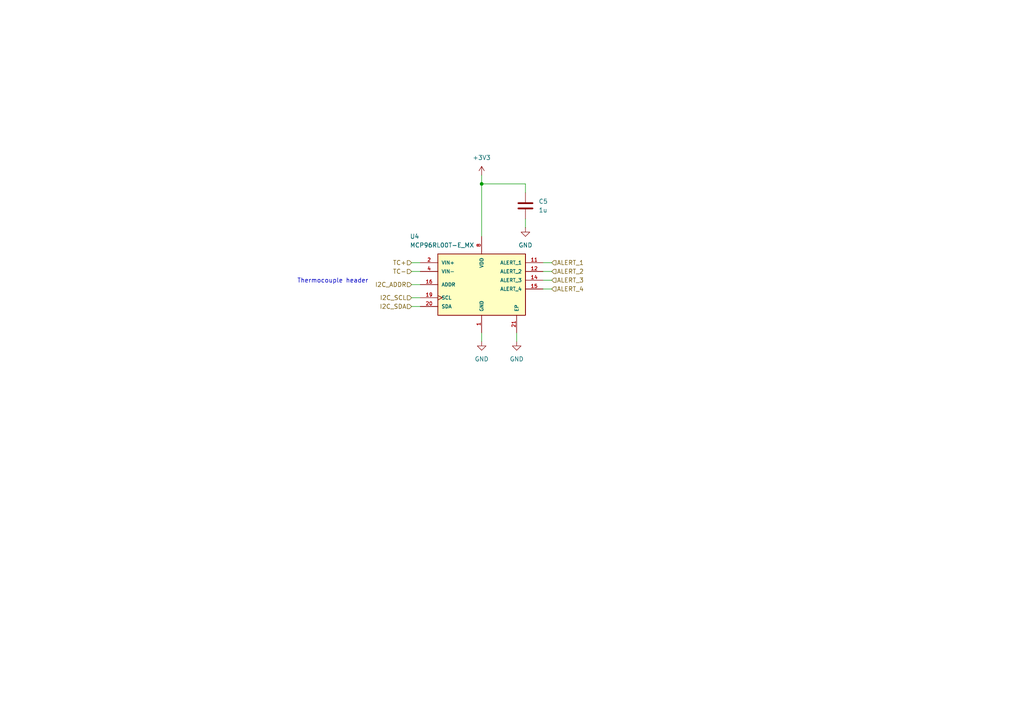
<source format=kicad_sch>
(kicad_sch (version 20250114) (generator "eeschema") (generator_version "9.0")
  (paper "A4")
  (lib_symbols
    (symbol "Device:C" (pin_numbers (hide yes)) (pin_names (offset 0.254))
      (property "Reference" "C" (at 0.635 2.54 0))
      (property "Value" "C" (at 0.635 -2.54 0))
      (symbol "C_0_1"
        (polyline (pts (xy -2.032 0.762) (xy 2.032 0.762)) (stroke (width 0.508)))
        (polyline (pts (xy -2.032 -0.762) (xy 2.032 -0.762)) (stroke (width 0.508)))
      )
      (symbol "C_1_1"
        (pin passive line (at 0 3.81 270) (length 2.794) (name "~") (number "1"))
        (pin passive line (at 0 -3.81 90) (length 2.794) (name "~") (number "2"))
      )
    )
    (symbol "MCP96RL00T-E_MX:MCP96RL00T-E_MX" (pin_names (offset 1.016))
      (property "Reference" "U" (at -12.7 19.05 0))
      (property "Value" "MCP96RL00T-E_MX" (at -22.098 -14.224 0))
      (symbol "MCP96RL00T-E_MX_0_0"
        (rectangle (start -12.7 12.7) (end 12.7 -5.08) (stroke (width 0.254)) (fill (type background)))
        (pin input line (at -17.78 10.16 0) (length 5.08) (name "VIN+") (number "2"))
        (pin input line (at -17.78 7.62 0) (length 5.08) (name "VIN-") (number "4"))
        (pin input line (at -17.78 3.81 0) (length 5.08) (name "ADDR") (number "16"))
        (pin input clock (at -17.78 0 0) (length 5.08) (name "SCL") (number "19"))
        (pin bidirectional line (at -17.78 -2.54 0) (length 5.08) (name "SDA") (number "20"))
        (pin power_in line (at 0 17.78 270) (length 5.08) (name "VDD") (number "8"))
        (pin power_in line (at 0 -10.16 90) (length 5.08) (name "GND") (number "1"))
        (pin power_in line (at 0 -10.16 90) (length 5.08) (hide yes) (name "GND") (number "10"))
        (pin power_in line (at 0 -10.16 90) (length 5.08) (hide yes) (name "GND") (number "13"))
        (pin power_in line (at 0 -10.16 90) (length 5.08) (hide yes) (name "GND") (number "17"))
        (pin power_in line (at 0 -10.16 90) (length 5.08) (hide yes) (name "GND") (number "18"))
        (pin power_in line (at 0 -10.16 90) (length 5.08) (hide yes) (name "GND") (number "5"))
        (pin power_in line (at 0 -10.16 90) (length 5.08) (hide yes) (name "GND") (number "6"))
        (pin power_in line (at 0 -10.16 90) (length 5.08) (hide yes) (name "GND") (number "7"))
        (pin power_in line (at 0 -10.16 90) (length 5.08) (hide yes) (name "GND") (number "9"))
        (pin power_in line (at 10.16 -10.16 90) (length 5.08) (name "EP") (number "21"))
        (pin output line (at 17.78 10.16 180) (length 5.08) (name "ALERT_1") (number "11"))
        (pin output line (at 17.78 7.62 180) (length 5.08) (name "ALERT_2") (number "12"))
        (pin output line (at 17.78 5.08 180) (length 5.08) (name "ALERT_3") (number "14"))
        (pin output line (at 17.78 2.54 180) (length 5.08) (name "ALERT_4") (number "15"))
      )
      (symbol "MCP96RL00T-E_MX_1_0"
        (pin power_in line (at 0 -10.16 90) (length 5.08) (hide yes) (name "GND") (number "3"))
      )
    )
    (symbol "power:+3V3" (power) (pin_numbers (hide yes)) (pin_names (offset 0) (hide yes))
      (property "Value" "+3V3" (at 0 3.556 0))
      (symbol "+3V3_0_1"
        (polyline (pts (xy -0.762 1.27) (xy 0 2.54)))
        (polyline (pts (xy 0 2.54) (xy 0.762 1.27)))
        (polyline (pts (xy 0 0) (xy 0 2.54)))
      )
      (symbol "+3V3_1_1"
        (pin power_in line (at 0 0 90) (length 0) (name "~") (number "1"))
      )
    )
    (symbol "power:GND" (power) (pin_numbers (hide yes)) (pin_names (offset 0) (hide yes))
      (property "Value" "GND" (at 0 -3.81 0))
      (symbol "GND_0_1"
        (polyline (pts (xy 0 0) (xy 0 -1.27) (xy 1.27 -1.27) (xy 0 -2.54) (xy -1.27 -1.27) (xy 0 -1.27)))
      )
      (symbol "GND_1_1"
        (pin power_in line (at 0 0 270) (length 0) (name "~") (number "1"))
      )
    )
  )
  (text "Thermocouple header" (at 96.52 81.534 0) (effects (font (size 1.27 1.27))))
  (junction (at 139.7 53.34))
  (wire (pts (xy 139.7 50.8) (xy 139.7 53.34)))
  (wire (pts (xy 157.48 83.82) (xy 160.02 83.82)))
  (wire (pts (xy 139.7 96.52) (xy 139.7 99.06)))
  (wire (pts (xy 119.38 76.2) (xy 121.92 76.2)))
  (wire (pts (xy 119.38 78.74) (xy 121.92 78.74)))
  (wire (pts (xy 149.86 96.52) (xy 149.86 99.06)))
  (wire (pts (xy 157.48 76.2) (xy 160.02 76.2)))
  (wire (pts (xy 157.48 78.74) (xy 160.02 78.74)))
  (wire (pts (xy 152.4 63.5) (xy 152.4 66.04)))
  (wire (pts (xy 157.48 81.28) (xy 160.02 81.28)))
  (wire (pts (xy 119.38 88.9) (xy 121.92 88.9)))
  (wire (pts (xy 152.4 55.88) (xy 152.4 53.34)))
  (wire (pts (xy 119.38 82.55) (xy 121.92 82.55)))
  (wire (pts (xy 119.38 86.36) (xy 121.92 86.36)))
  (wire (pts (xy 139.7 53.34) (xy 139.7 68.58)))
  (wire (pts (xy 152.4 53.34) (xy 139.7 53.34)))
  (hierarchical_label "TC-" (shape input) (at 119.38 78.74 180))
  (hierarchical_label "ALERT_1" (shape input) (at 160.02 76.2 0))
  (hierarchical_label "TC+" (shape input) (at 119.38 76.2 180))
  (hierarchical_label "I2C_SCL" (shape input) (at 119.38 86.36 180))
  (hierarchical_label "I2C_ADDR" (shape input) (at 119.38 82.55 180))
  (hierarchical_label "ALERT_4" (shape input) (at 160.02 83.82 0))
  (hierarchical_label "ALERT_3" (shape input) (at 160.02 81.28 0))
  (hierarchical_label "ALERT_2" (shape input) (at 160.02 78.74 0))
  (hierarchical_label "I2C_SDA" (shape input) (at 119.38 88.9 180))
  (symbol (lib_id "power:GND") (at 149.86 99.06 0) (unit 1)
    (property "Reference" "#PWR030" (effects (hide yes)))
    (property "Value" "GND" (at 149.86 104.14 0))
    (property "Description" "Power symbol creates a global label with name \"GND\" , ground" (effects (hide yes)))
    (instances (project "payload-datalogger" (path "" (reference "#PWR030") (unit 1)) (path "" (reference "#PWR034") (unit 1)) (path "" (reference "#PWR042") (unit 1)) (path "" (reference "#PWR038") (unit 1))))
  )
  (symbol (lib_id "power:+3V3") (at 139.7 50.8 0) (unit 1)
    (property "Reference" "#PWR028" (effects (hide yes)))
    (property "Value" "+3V3" (at 139.7 45.72 0))
    (property "Description" "Power symbol creates a global label with name \"+3V3\"" (effects (hide yes)))
    (instances (project "" (path "" (reference "#PWR028") (unit 1)) (path "" (reference "#PWR032") (unit 1)) (path "" (reference "#PWR040") (unit 1)) (path "" (reference "#PWR036") (unit 1))))
  )
  (symbol (lib_id "Device:C") (at 152.4 59.69 0) (unit 1)
    (property "Reference" "C5" (at 156.21 58.4199 0) (effects (justify left)))
    (property "Value" "1u" (at 156.21 60.9599 0) (effects (justify left)))
    (property "Footprint" "Capacitor_SMD:C_0603_1608Metric" (effects (hide yes)))
    (property "Description" "Unpolarized capacitor" (effects (hide yes)))
    (instances (project "" (path "" (reference "C5") (unit 1)) (path "" (reference "C6") (unit 1)) (path "" (reference "C8") (unit 1)) (path "" (reference "C7") (unit 1))))
  )
  (symbol (lib_id "MCP96RL00T-E_MX:MCP96RL00T-E_MX") (at 139.7 86.36 0) (unit 1)
    (property "Reference" "U4" (at 118.872 68.58 0) (effects (justify left)))
    (property "Value" "MCP96RL00T-E_MX" (at 118.872 71.12 0) (effects (justify left)))
    (property "Footprint" "Package_DFN_QFN:TQFN-20-1EP_5x5mm_P0.65mm_EP3.25x3.25mm" (effects (hide yes)))
    (property "PARTREV" "F" (effects (hide yes)))
    (property "MANUFACTURER" "Microchip" (effects (hide yes)))
    (property "MAXIMUM_PACKAGE_HEIGHT" "1.00mm" (effects (hide yes)))
    (property "STANDARD" "IPC-7351B" (effects (hide yes)))
    (instances (project "payload-datalogger" (path "" (reference "U4") (unit 1)) (path "" (reference "U5") (unit 1)) (path "" (reference "U7") (unit 1)) (path "" (reference "U6") (unit 1))))
  )
  (symbol (lib_id "power:GND") (at 139.7 99.06 0) (unit 1)
    (property "Reference" "#PWR029" (effects (hide yes)))
    (property "Value" "GND" (at 139.7 104.14 0))
    (property "Description" "Power symbol creates a global label with name \"GND\" , ground" (effects (hide yes)))
    (instances (project "" (path "" (reference "#PWR029") (unit 1)) (path "" (reference "#PWR033") (unit 1)) (path "" (reference "#PWR041") (unit 1)) (path "" (reference "#PWR037") (unit 1))))
  )
  (symbol (lib_id "power:GND") (at 152.4 66.04 0) (unit 1)
    (property "Reference" "#PWR031" (effects (hide yes)))
    (property "Value" "GND" (at 152.4 71.12 0))
    (property "Description" "Power symbol creates a global label with name \"GND\" , ground" (effects (hide yes)))
    (instances (project "" (path "" (reference "#PWR031") (unit 1)) (path "" (reference "#PWR035") (unit 1)) (path "" (reference "#PWR043") (unit 1)) (path "" (reference "#PWR039") (unit 1))))
  )
)
</source>
